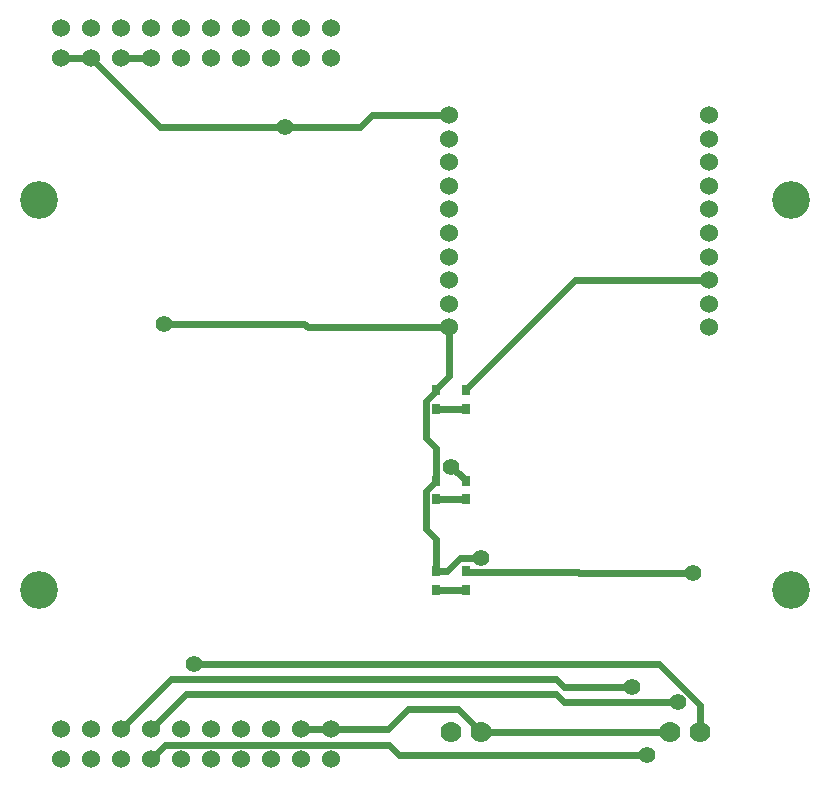
<source format=gtl>
*
*
G04 PADS 9.3.1 Build Number: 456998 generated Gerber (RS-274-X) file*
G04 PC Version=2.1*
*
%IN "DriveControl.pcb"*%
*
%MOIN*%
*
%FSLAX35Y35*%
*
*
*
*
G04 PC Standard Apertures*
*
*
G04 Thermal Relief Aperture macro.*
%AMTER*
1,1,$1,0,0*
1,0,$1-$2,0,0*
21,0,$3,$4,0,0,45*
21,0,$3,$4,0,0,135*
%
*
*
G04 Annular Aperture macro.*
%AMANN*
1,1,$1,0,0*
1,0,$2,0,0*
%
*
*
G04 Odd Aperture macro.*
%AMODD*
1,1,$1,0,0*
1,0,$1-0.005,0,0*
%
*
*
G04 PC Custom Aperture Macros*
*
*
*
*
*
*
G04 PC Aperture Table*
*
%ADD010C,0.001*%
%ADD023R,0.03X0.038*%
%ADD026C,0.06*%
%ADD037C,0.055*%
%ADD051C,0.07*%
%ADD188C,0.12598*%
%ADD189C,0.024*%
*
*
*
*
G04 PC Circuitry*
G04 Layer Name DriveControl.pcb - circuitry*
%LPD*%
*
*
G04 PC Custom Flashes*
G04 Layer Name DriveControl.pcb - flashes*
%LPD*%
*
*
G04 PC Circuitry*
G04 Layer Name DriveControl.pcb - circuitry*
%LPD*%
*
G54D10*
G54D23*
G01X156220Y101368D03*
Y95168D03*
Y71131D03*
Y64931D03*
X146142Y71131D03*
Y64931D03*
Y101368D03*
Y95168D03*
X156220Y131604D03*
Y125404D03*
X146142Y131604D03*
Y125404D03*
G54D26*
X150520Y223299D03*
Y215425D03*
Y207551D03*
Y199677D03*
Y191803D03*
Y183929D03*
Y176055D03*
Y168181D03*
Y160307D03*
Y152433D03*
X21067Y8508D03*
Y18508D03*
X31067Y8508D03*
Y18508D03*
X41067Y8508D03*
Y18508D03*
X51067Y8508D03*
Y18508D03*
X61067Y8508D03*
Y18508D03*
X71067Y8508D03*
Y18508D03*
X81067Y8508D03*
Y18508D03*
X91067Y8508D03*
Y18508D03*
X101067Y8508D03*
Y18508D03*
X111067Y8508D03*
Y18508D03*
X21067Y242258D03*
Y252258D03*
X31067Y242258D03*
Y252258D03*
X41067Y242258D03*
Y252258D03*
X51067Y242258D03*
Y252258D03*
X61067Y242258D03*
Y252258D03*
X71067Y242258D03*
Y252258D03*
X81067Y242258D03*
Y252258D03*
X91067Y242258D03*
Y252258D03*
X101067Y242258D03*
Y252258D03*
X111067Y242258D03*
Y252258D03*
X237134Y223299D03*
Y215425D03*
Y207551D03*
Y199677D03*
Y191803D03*
Y183929D03*
Y176055D03*
Y168181D03*
Y160307D03*
Y152433D03*
G54D37*
X216693Y10079D03*
X226772Y27717D03*
X211654Y32756D03*
X65512Y40315D03*
X161260Y75591D03*
X231811Y70551D03*
X151181Y105827D03*
X55433Y153701D03*
X95748Y219213D03*
G54D51*
X151181Y17638D03*
X161181D03*
X234331D03*
X224331D03*
G54D188*
X13780Y64961D03*
Y194882D03*
X264567D03*
Y64961D03*
G54D189*
X51067Y8508D02*
X55867Y13308D01*
X130535*
X133765Y10079*
X216693*
X161181Y17638D02*
X224331D01*
X41067Y18508D02*
X57835Y35276D01*
X186264*
X188783Y32756*
X211654*
X51067Y18508D02*
X62795Y30236D01*
X186264*
X188783Y27717*
X226772*
X101067Y18508D02*
X111067D01*
X130211*
X136900Y25197*
X153622*
X161181Y17638*
X65512Y40315D02*
X220608D01*
X234331Y26592*
Y17638*
X146142Y64931D02*
X156220D01*
X146142Y71131D02*
X149858D01*
X154317Y75591*
X161260*
X156220Y71131D02*
Y71041D01*
X193526*
X194016Y70551*
X231811*
X142842Y97813D02*
X146142Y101113D01*
Y101368*
X142842Y97813D02*
Y85327D01*
X146142Y82027*
Y71131*
Y95168D02*
X156220D01*
X151181Y105827D02*
X155920Y102068D01*
X156220Y101830*
Y101368*
X142842Y128050D02*
Y115563D01*
X146142Y112263*
Y101368*
X142842Y128050D02*
X146142Y131350D01*
Y131604*
Y125404D02*
X156220D01*
X146142Y131604D02*
Y132004D01*
X150520Y136382*
Y152433*
X156220Y131604D02*
Y132004D01*
X192398Y168181*
X237134*
X55433Y153701D02*
X102218D01*
X103485Y152433*
X150520*
X95748Y219213D02*
X120966D01*
X125052Y223299*
X150520*
X21067Y242258D02*
X31067D01*
X54112Y219213*
X95748*
X41067Y242258D02*
X51067D01*
X0Y0D02*
M02*

</source>
